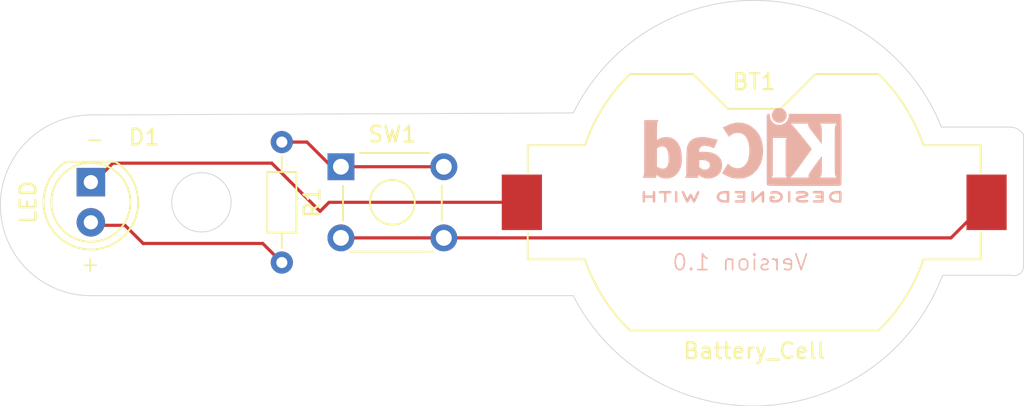
<source format=kicad_pcb>
(kicad_pcb (version 20240108) (generator "pcbnew") (generator_version "8.0")
  (title_block (title "LED Torch") (date "2024-11-16") (rev "1") (comment 1 "Ved Namjoshi"))
  (layers (0 "F.Cu" signal) (31 "B.Cu" signal) (34 "B.Paste" user) (35 "F.Paste" user) (36 "B.SilkS" user "B.Silkscreen") (37 "F.SilkS" user "F.Silkscreen") (38 "B.Mask" user) (39 "F.Mask" user) (44 "Edge.Cuts" user))
  (net 0 "")
  (net 1 "/LED_cathode")
  (net 2 "/Battery_positive")
  (net 3 "/LED_anode")
  (net 4 "Net-(SW1A-A)")
  (footprint "Resistor_THT:R_Axial_DIN0204_L3.6mm_D1.6mm_P7.62mm_Horizontal" (layer "F.Cu") (at 125.095 112.2045 -90)
    (property "Reference" "R1" (at 3.81 -1.92 90) (layer "F.SilkS"))
    (property "Value" "R")
    (pad "1" thru_hole circle (at 0 0 270) (size 1.4 1.4) (drill 0.7) (layers "*.Cu" "*.Mask") (net 4 "Net-(SW1A-A)"))
    (pad "2" thru_hole oval (at 7.62 0 270) (size 1.4 1.4) (drill 0.7) (layers "*.Cu" "*.Mask") (net 3 "/LED_anode"))
  )
  (footprint "Battery:BatteryHolder_Keystone_1058_1x2032" (layer "F.Cu") (at 154.94 116.0145 180)
    (property "Reference" "BT1" (at 0 7.62 360) (layer "F.SilkS"))
    (property "Value" "Battery_Cell" (at 0 -9.398 0) (layer "F.SilkS"))
    (pad "1" smd rect (at -14.68 0 180) (size 2.54 3.51) (layers "F.Cu" "F.Paste" "F.Mask") (net 2 "/Battery_positive"))
    (pad "2" smd rect (at 14.68 0 180) (size 2.54 3.51) (layers "F.Cu" "F.Paste" "F.Mask") (net 1 "/LED_cathode"))
  )
  (footprint "Button_Switch_THT:SW_TH_Tactile_Omron_B3F-10xx" (layer "F.Cu") (at 128.83 113.7645)
    (property "Reference" "SW1" (at 3.25 -2.05 0) (layer "F.SilkS"))
    (property "Value" "SW_DPDT_x2")
    (pad "1" thru_hole rect (at 0 0) (size 1.7 1.7) (drill 1) (layers "*.Cu" "*.Mask") (net 4 "Net-(SW1A-A)"))
    (pad "1" thru_hole circle (at 6.5 0) (size 1.7 1.7) (drill 1) (layers "*.Cu" "*.Mask") (net 4 "Net-(SW1A-A)"))
    (pad "2" thru_hole circle (at 0 4.5) (size 1.7 1.7) (drill 1) (layers "*.Cu" "*.Mask") (net 2 "/Battery_positive"))
    (pad "2" thru_hole circle (at 6.5 4.5) (size 1.7 1.7) (drill 1) (layers "*.Cu" "*.Mask") (net 2 "/Battery_positive"))
  )
  (footprint "LED_THT:LED_D5.0mm" (layer "F.Cu") (at 113.03 114.7395 -90)
    (property "Reference" "D1" (at -2.8395 -3.37 180) (layer "F.SilkS"))
    (property "Value" "LED" (at 1.27 3.96 90) (layer "F.SilkS"))
    (pad "1" thru_hole rect (at 0 0 270) (size 1.8 1.8) (drill 0.9) (layers "*.Cu" "*.Mask") (net 1 "/LED_cathode"))
    (pad "2" thru_hole circle (at 2.54 0 270) (size 1.8 1.8) (drill 0.9) (layers "*.Cu" "*.Mask") (net 3 "/LED_anode"))
  )
  (footprint "Symbol:KiCad-Logo2_5mm_SilkScreen" (layer "B.Cu") (at 154.178 113.03 180)
    (property "Reference" "REF**" (hide yes))
    (property "Value" "KiCad-Logo2_5mm_SilkScreen" (hide yes))
  )
  (gr_line (start 113.03 121.92) (end 143.51 121.92) (stroke (width 0.05)) (layer "Edge.Cuts"))
  (gr_line (start 166.835995 120.634159) (end 171.196 120.634159) (stroke (width 0.05)) (layer "Edge.Cuts"))
  (gr_arc (start 143.510001 110.363) (mid 155.428516 103.251759) (end 166.766733 111.255858) (stroke (width 0.05)) (layer "Edge.Cuts"))
  (gr_line (start 171.952695 120.062766) (end 171.952695 111.731566) (stroke (width 0.05)) (layer "Edge.Cuts"))
  (gr_arc (start 171.960986 120.063073) (mid 171.715112 120.531621) (end 171.196 120.634159) (stroke (width 0.05)) (layer "Edge.Cuts"))
  (gr_arc (start 171.0944 111.255858) (mid 171.585055 111.382738) (end 171.952695 111.731566) (stroke (width 0.05)) (layer "Edge.Cuts"))
  (gr_arc (start 166.835995 120.634159) (mid 155.591972 128.877537) (end 143.510001 121.92) (stroke (width 0.05)) (layer "Edge.Cuts"))
  (gr_line (start 166.766733 111.255858) (end 171.0944 111.255858) (stroke (width 0.05)) (layer "Edge.Cuts"))
  (gr_arc (start 113.03 121.92) (mid 107.315 116.205) (end 113.03 110.49) (stroke (width 0.05)) (layer "Edge.Cuts"))
  (gr_line (start 113.03 110.49) (end 143.51 110.363) (stroke (width 0.05)) (layer "Edge.Cuts"))
  (gr_circle (center 120.015 116.0145) (end 120.904 114.3635) (stroke (width 0.05)) (fill none) (layer "Edge.Cuts"))
  (gr_text "Version 1.0" (at 158.4 120.4 0) (layer "B.SilkS") (effects (font (size 1 1) (thickness 0.1)) (justify left bottom mirror)))
  (gr_text "-\n" (at 112.6 112.6 0) (layer "F.SilkS") (effects (font (size 1 1) (thickness 0.1)) (justify left bottom)))
  (gr_text "+\n" (at 112.3 120.5 0) (layer "F.SilkS") (effects (font (size 1 1) (thickness 0.1)) (justify left bottom)))
  (segment (start 127.508 116.586) (end 128.0795 116.0145) (width 0.2) (layer "F.Cu") (net 1))
  (segment (start 128.0795 116.0145) (end 140.26 116.0145) (width 0.2) (layer "F.Cu") (net 1))
  (segment (start 114.422 113.538) (end 124.46 113.538) (width 0.2) (layer "F.Cu") (net 1))
  (segment (start 124.46 113.538) (end 127.508 116.586) (width 0.2) (layer "F.Cu") (net 1))
  (segment (start 113.03 114.93) (end 114.422 113.538) (width 0.2) (layer "F.Cu") (net 1))
  (segment (start 135.33 118.2645) (end 167.37 118.2645) (width 0.2) (layer "F.Cu") (net 2))
  (segment (start 167.37 118.2645) (end 169.62 116.0145) (width 0.2) (layer "F.Cu") (net 2))
  (segment (start 128.83 118.2645) (end 135.33 118.2645) (width 0.2) (layer "F.Cu") (net 2))
  (segment (start 113.03 117.47) (end 115.184 117.47) (width 0.2) (layer "F.Cu") (net 3))
  (segment (start 116.332 118.618) (end 123.8885 118.618) (width 0.2) (layer "F.Cu") (net 3))
  (segment (start 115.184 117.47) (end 116.332 118.618) (width 0.2) (layer "F.Cu") (net 3))
  (segment (start 123.8885 118.618) (end 125.095 119.8245) (width 0.2) (layer "F.Cu") (net 3))
  (segment (start 128.83 113.7645) (end 135.33 113.7645) (width 0.2) (layer "F.Cu") (net 4))
  (segment (start 126.6825 112.2045) (end 128.2425 113.7645) (width 0.2) (layer "F.Cu") (net 4))
  (segment (start 125.095 112.2045) (end 126.6825 112.2045) (width 0.2) (layer "F.Cu") (net 4))
  (segment (start 128.2425 113.7645) (end 128.83 113.7645) (width 0.2) (layer "F.Cu") (net 4))
)
</source>
